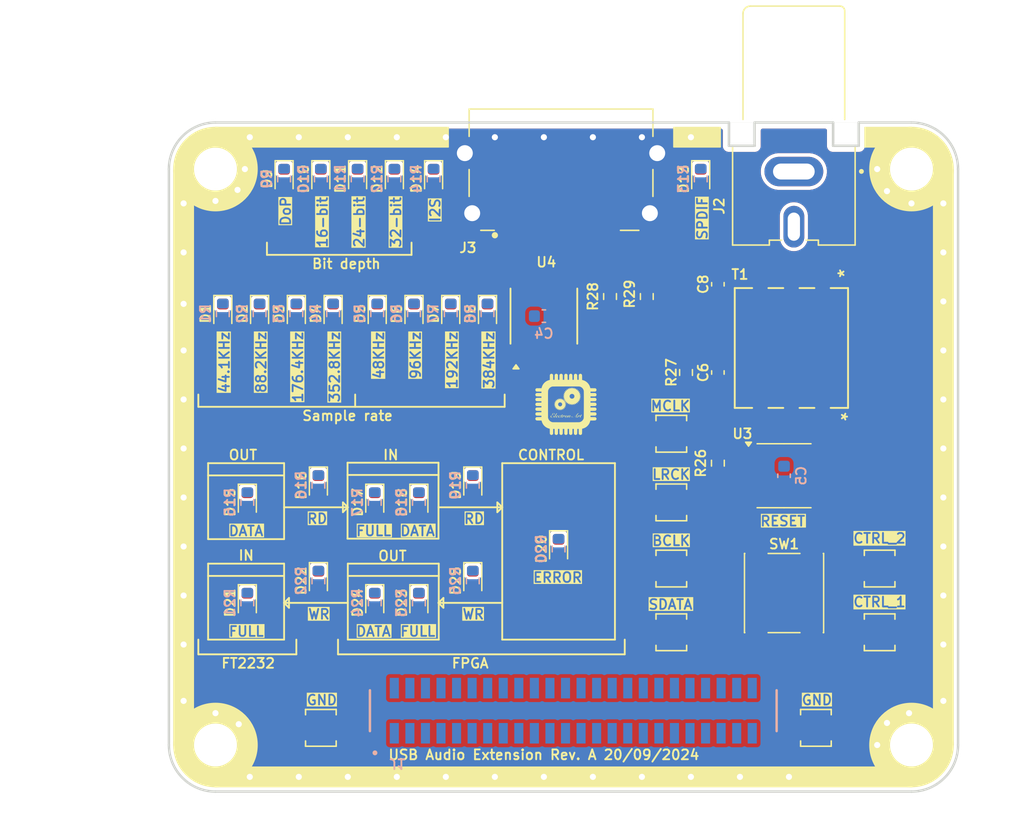
<source format=kicad_pcb>
(kicad_pcb (version 20240108) (generator "pcbnew") (generator_version "8.0")
  (layers (0 "F.Cu" signal) (1 "In1.Cu" signal) (2 "In2.Cu" signal) (31 "B.Cu" signal) (34 "B.Paste" user) (35 "F.Paste" user) (36 "B.SilkS" user "B.Silkscreen") (37 "F.SilkS" user "F.Silkscreen") (38 "B.Mask" user) (39 "F.Mask" user) (44 "Edge.Cuts" user))
  (net 0 "")
  (net 1 "EXT_39")
  (net 2 "GND")
  (net 4 "EXT_29")
  (net 5 "EXT_24")
  (net 6 "EXT_31")
  (net 7 "EXT_43")
  (net 8 "EXT_45")
  (net 10 "EXT_0")
  (net 11 "EXT_18")
  (net 13 "EXT_42")
  (net 14 "EXT_32")
  (net 15 "EXT_20")
  (net 16 "EXT_8")
  (net 17 "EXT_1")
  (net 19 "EXT_22")
  (net 20 "EXT_41")
  (net 22 "EXT_26")
  (net 23 "EXT_28")
  (net 24 "EXT_33")
  (net 25 "EXT_9")
  (net 26 "EXT_6")
  (net 27 "EXT_12")
  (net 28 "EXT_16")
  (net 29 "EXT_14")
  (net 31 "EXT_44")
  (net 34 "EXT_34")
  (net 36 "EXT_36")
  (net 37 "EXT_40")
  (net 39 "EXT_10")
  (net 40 "EXT_38")
  (net 41 "EXT_37")
  (net 42 "EXT_35")
  (net 43 "EXT_30")
  (net 45 "EXT_2")
  (net 46 "EXT_11")
  (net 47 "EXT_4")
  (net 48 "Net-(D1-K)")
  (net 49 "Net-(D2-K)")
  (net 50 "Net-(D3-K)")
  (net 51 "Net-(D4-K)")
  (net 52 "Net-(D5-K)")
  (net 53 "Net-(D6-K)")
  (net 54 "Net-(D7-K)")
  (net 55 "Net-(D8-K)")
  (net 56 "+3V3")
  (net 57 "Net-(C6-Pad2)")
  (net 58 "Net-(R26-Pad2)")
  (net 59 "Net-(J2-In)")
  (net 60 "Net-(T1-SB)")
  (net 61 "Net-(J2-Ext)")
  (net 63 "Net-(D9-K)")
  (net 65 "Net-(D10-K)")
  (net 66 "Net-(D11-K)")
  (net 67 "Net-(D12-K)")
  (net 68 "Net-(D13-K)")
  (net 69 "Net-(D14-K)")
  (net 70 "Net-(D15-K)")
  (net 71 "Net-(D16-K)")
  (net 72 "Net-(D17-K)")
  (net 73 "Net-(D18-K)")
  (net 74 "Net-(D19-K)")
  (net 75 "Net-(D20-K)")
  (net 76 "Net-(D21-K)")
  (net 77 "Net-(D22-K)")
  (net 78 "Net-(D23-K)")
  (net 79 "Net-(D24-K)")
  (net 80 "Net-(D25-K)")
  (net 81 "Net-(J3-SDA)")
  (net 82 "Net-(J3-SCL)")
  (net 85 "DIFF_MCLK+")
  (net 87 "DIFF_LRCK+")
  (net 88 "DIFF_SDATA-")
  (net 89 "DIFF_SDATA+")
  (net 90 "DIFF_MCLK-")
  (net 91 "DIFF_BCLK+")
  (net 92 "DIFF_BCLK-")
  (net 93 "DIFF_LRCK-")
  (net 95 "Net-(U3-Pad2)")
  (footprint "LED_SMD:LED_0603_1608Metric" (layer "F.Cu") (at 123.4 108.6 -90)
    (property "Reference" "D21" (at 0 1.4 90) (layer "F.SilkS") (effects (font (size 0.8 0.8))))
    (property "Value" "YELLOW")
    (pad "1" smd roundrect (at -0.7875 0 270) (size 0.875 0.95) (layers "F.Cu" "F.Paste" "F.Mask") (net 76 "Net-(D21-K)"))
    (pad "2" smd roundrect (at 0.7875 0 270) (size 0.875 0.95) (layers "F.Cu" "F.Paste" "F.Mask") (net 8 "EXT_45"))
  )
  (footprint "LED_SMD:LED_0603_1608Metric" (layer "F.Cu") (at 121.4 85 -90)
    (property "Reference" "D1" (at 0 1.4 90) (layer "F.SilkS") (effects (font (size 0.8 0.8))))
    (property "Value" "BLUE")
    (pad "1" smd roundrect (at -0.7875 0 270) (size 0.875 0.95) (layers "F.Cu" "F.Paste" "F.Mask") (net 48 "Net-(D1-K)"))
    (pad "2" smd roundrect (at 0.7875 0 270) (size 0.875 0.95) (layers "F.Cu" "F.Paste" "F.Mask") (net 37 "EXT_40"))
  )
  (footprint "Button_Switch_SMD:SW_SPST_PTS645" (layer "F.Cu") (at 167.2 107.8 -90)
    (property "Reference" "SW1" (at -4 0 0) (layer "F.SilkS") (effects (font (size 0.8 0.8))))
    (property "Value" "PTS645SK43SMTR92 LFS")
    (pad "1" smd rect (at -3.98 -2.25 270) (size 1.55 1.3) (layers "F.Cu" "F.Paste" "F.Mask") (net 2 "GND"))
    (pad "1" smd rect (at 3.98 -2.25 270) (size 1.55 1.3) (layers "F.Cu" "F.Paste" "F.Mask") (net 2 "GND"))
    (pad "2" smd rect (at -3.98 2.25 270) (size 1.55 1.3) (layers "F.Cu" "F.Paste" "F.Mask") (net 10 "EXT_0"))
    (pad "2" smd rect (at 3.98 2.25 270) (size 1.55 1.3) (layers "F.Cu" "F.Paste" "F.Mask") (net 10 "EXT_0"))
  )
  (footprint "LED_SMD:LED_0603_1608Metric" (layer "F.Cu") (at 141.8 99 -90)
    (property "Reference" "D19" (at 0 1.4 90) (layer "F.SilkS") (effects (font (size 0.8 0.8))))
    (property "Value" "BLUE")
    (pad "1" smd roundrect (at -0.7875 0 270) (size 0.875 0.95) (layers "F.Cu" "F.Paste" "F.Mask") (net 74 "Net-(D19-K)"))
    (pad "2" smd roundrect (at 0.7875 0 270) (size 0.875 0.95) (layers "F.Cu" "F.Paste" "F.Mask") (net 6 "EXT_31"))
  )
  (footprint "LED_SMD:LED_0603_1608Metric" (layer "F.Cu") (at 130.4 85 -90)
    (property "Reference" "D4" (at 0 1.4 90) (layer "F.SilkS") (effects (font (size 0.8 0.8))))
    (property "Value" "BLUE")
    (pad "1" smd roundrect (at -0.7875 0 270) (size 0.875 0.95) (layers "F.Cu" "F.Paste" "F.Mask") (net 51 "Net-(D4-K)"))
    (pad "2" smd roundrect (at 0.7875 0 270) (size 0.875 0.95) (layers "F.Cu" "F.Paste" "F.Mask") (net 34 "EXT_34"))
  )
  (footprint "LED_SMD:LED_0603_1608Metric" (layer "F.Cu") (at 137.4 100.4 -90)
    (property "Reference" "D18" (at 0 1.4 90) (layer "F.SilkS") (effects (font (size 0.8 0.8))))
    (property "Value" "GREEN")
    (pad "1" smd roundrect (at -0.7875 0 270) (size 0.875 0.95) (layers "F.Cu" "F.Paste" "F.Mask") (net 73 "Net-(D18-K)"))
    (pad "2" smd roundrect (at 0.7875 0 270) (size 0.875 0.95) (layers "F.Cu" "F.Paste" "F.Mask") (net 42 "EXT_35"))
  )
  (footprint "MountingHole:MountingHole_3.2mm_M3" (layer "F.Cu") (at 177.6 73.2)
    (property "Reference" "H2" (hide yes))
    (property "Value" "MountingHole" (hide yes))
    (pad "" np_thru_hole circle (at 0 0) (size 3.2 3.2) (drill 3.2) (layers "*.Cu" "*.Mask"))
  )
  (footprint "LED_SMD:LED_0603_1608Metric" (layer "F.Cu") (at 124.4 85 -90)
    (property "Reference" "D2" (at 0 1.4 90) (layer "F.SilkS") (effects (font (size 0.8 0.8))))
    (property "Value" "BLUE")
    (pad "1" smd roundrect (at -0.7875 0 270) (size 0.875 0.95) (layers "F.Cu" "F.Paste" "F.Mask") (net 49 "Net-(D2-K)"))
    (pad "2" smd roundrect (at 0.7875 0 270) (size 0.875 0.95) (layers "F.Cu" "F.Paste" "F.Mask") (net 40 "EXT_38"))
  )
  (footprint "LED_SMD:LED_0603_1608Metric" (layer "F.Cu") (at 129.4 74 -90)
    (property "Reference" "D10" (at 0 1.4 90) (layer "F.SilkS") (effects (font (size 0.8 0.8))))
    (property "Value" "BLUE")
    (pad "1" smd roundrect (at -0.7875 0 270) (size 0.875 0.95) (layers "F.Cu" "F.Paste" "F.Mask") (net 65 "Net-(D10-K)"))
    (pad "2" smd roundrect (at 0.7875 0 270) (size 0.875 0.95) (layers "F.Cu" "F.Paste" "F.Mask") (net 19 "EXT_22"))
  )
  (footprint "MountingHole:MountingHole_3.2mm_M3" (layer "F.Cu") (at 120.8 73.2)
    (property "Reference" "H1" (hide yes))
    (property "Value" "MountingHole" (hide yes))
    (pad "" np_thru_hole circle (at 0 0) (size 3.2 3.2) (drill 3.2) (layers "*.Cu" "*.Mask"))
  )
  (footprint "MountingHole:MountingHole_3.2mm_M3" (layer "F.Cu") (at 120.8 120.2)
    (property "Reference" "H4" (hide yes))
    (property "Value" "MountingHole" (hide yes))
    (pad "" np_thru_hole circle (at 0 0) (size 3.2 3.2) (drill 3.2) (layers "*.Cu" "*.Mask"))
  )
  (footprint "LED_SMD:LED_0603_1608Metric" (layer "F.Cu") (at 148.8 104.2 -90)
    (property "Reference" "D20" (at 0 1.4 90) (layer "F.SilkS") (effects (font (size 0.8 0.8))))
    (property "Value" "RED")
    (pad "1" smd roundrect (at -0.7875 0 270) (size 0.875 0.95) (layers "F.Cu" "F.Paste" "F.Mask") (net 75 "Net-(D20-K)"))
    (pad "2" smd roundrect (at 0.7875 0 270) (size 0.875 0.95) (layers "F.Cu" "F.Paste" "F.Mask") (net 4 "EXT_29"))
  )
  (footprint "LED_SMD:LED_0603_1608Metric" (layer "F.Cu") (at 127.4 85 -90)
    (property "Reference" "D3" (at 0 1.4 90) (layer "F.SilkS") (effects (font (size 0.8 0.8))))
    (property "Value" "BLUE")
    (pad "1" smd roundrect (at -0.7875 0 270) (size 0.875 0.95) (layers "F.Cu" "F.Paste" "F.Mask") (net 50 "Net-(D3-K)"))
    (pad "2" smd roundrect (at 0.7875 0 270) (size 0.875 0.95) (layers "F.Cu" "F.Paste" "F.Mask") (net 36 "EXT_36"))
  )
  (footprint "ECP5_BGA381_FT2232HQ_FIFO_EXT:KEYSTONE_5197TR" (layer "F.Cu") (at 158 111)
    (property "Reference" "TP3" (hide yes))
    (property "Value" "5190TR")
    (pad "1" smd rect (at 0 0) (size 3 1.5) (layers "F.Cu" "F.Paste" "F.Mask") (net 26 "EXT_6"))
  )
  (footprint "LED_SMD:LED_0603_1608Metric" (layer "F.Cu") (at 134 85 -90)
    (property "Reference" "D5" (at 0 1.4 90) (layer "F.SilkS") (effects (font (size 0.8 0.8))))
    (property "Value" "BLUE")
    (pad "1" smd roundrect (at -0.7875 0 270) (size 0.875 0.95) (layers "F.Cu" "F.Paste" "F.Mask") (net 52 "Net-(D5-K)"))
    (pad "2" smd roundrect (at 0.7875 0 270) (size 0.875 0.95) (layers "F.Cu" "F.Paste" "F.Mask") (net 14 "EXT_32"))
  )
  (footprint "Resistor_SMD:R_0603_1608Metric" (layer "F.Cu") (at 156 83.6 -90)
    (property "Reference" "R29" (at -0.2 1.4 90) (layer "F.SilkS") (effects (font (size 0.8 0.8))))
    (property "Value" "100")
    (pad "1" smd roundrect (at -0.825 0 270) (size 0.8 0.95) (layers "F.Cu" "F.Paste" "F.Mask") (net 81 "Net-(J3-SDA)"))
    (pad "2" smd roundrect (at 0.825 0 270) (size 0.8 0.95) (layers "F.Cu" "F.Paste" "F.Mask") (net 25 "EXT_9"))
  )
  (footprint "ECP5_BGA381_FT2232HQ_FIFO_EXT:DA101J_MUR" (layer "F.Cu") (at 167.8 87.8 -90)
    (property "Reference" "T1" (at -6 4.2 0) (layer "F.SilkS") (effects (font (size 0.8 0.8))))
    (property "Value" "DA101JC")
    (fp_text user "*" (at -6.096 -4.3688 90) (layer "F.SilkS"))
    (fp_text user "*" (at 5.6 -4 -90) (layer "F.SilkS"))
    (pad "1" smd rect (at -5.842 -2.54 270) (size 1.7272 0.6858) (layers "F.Cu" "F.Paste" "F.Mask") (net 59 "Net-(J2-In)"))
    (pad "2" smd rect (at -5.842 0 270) (size 1.7272 0.6858) (layers "F.Cu" "F.Paste" "F.Mask"))
    (pad "3" smd rect (at -5.842 2.54 270) (size 1.7272 0.6858) (layers "F.Cu" "F.Paste" "F.Mask") (net 61 "Net-(J2-Ext)"))
    (pad "4" smd rect (at 5.842 2.54 270) (size 1.7272 0.6858) (layers "F.Cu" "F.Paste" "F.Mask") (net 2 "GND"))
    (pad "5" smd rect (at 5.842 0 270) (size 1.7272 0.6858) (layers "F.Cu" "F.Paste" "F.Mask"))
    (pad "6" smd rect (at 5.842 -2.54 270) (size 1.7272 0.6858) (layers "F.Cu" "F.Paste" "F.Mask") (net 60 "Net-(T1-SB)"))
  )
  (footprint "Resistor_SMD:R_0603_1608Metric" (layer "F.Cu") (at 159.2 89.8 -90)
    (property "Reference" "R27" (at 0 1.2 90) (layer "F.SilkS") (effects (font (size 0.8 0.8))))
    (property "Value" "75")
    (pad "1" smd roundrect (at -0.825 0 270) (size 0.8 0.95) (layers "F.Cu" "F.Paste" "F.Mask") (net 57 "Net-(C6-Pad2)"))
    (pad "2" smd roundrect (at 0.825 0 270) (size 0.8 0.95) (layers "F.Cu" "F.Paste" "F.Mask") (net 2 "GND"))
  )
  (footprint "ECP5_BGA381_FT2232HQ_FIFO_EXT:KEYSTONE_5197TR" (layer "F.Cu") (at 175 111)
    (property "Reference" "TP1" (hide yes))
    (property "Value" "5197TR")
    (pad "1" smd rect (at 0 0) (size 3 1.5) (layers "F.Cu" "F.Paste" "F.Mask") (net 17 "EXT_1"))
  )
  (footprint "LED_SMD:LED_0603_1608Metric" (layer "F.Cu") (at 137.4 108.6 -90)
    (property "Reference" "D23" (at 0 1.4 90) (layer "F.SilkS") (effects (font (size 0.8 0.8))))
    (property "Value" "YELLOW")
    (pad "1" smd roundrect (at -0.7875 0 270) (size 0.875 0.95) (layers "F.Cu" "F.Paste" "F.Mask") (net 78 "Net-(D23-K)"))
    (pad "2" smd roundrect (at 0.7875 0 270) (size 0.875 0.95) (layers "F.Cu" "F.Paste" "F.Mask") (net 41 "EXT_37"))
  )
  (footprint "LED_SMD:LED_0603_1608Metric" (layer "F.Cu") (at 141.8 106.8 -90)
    (property "Reference" "D25" (at 0 1.4 90) (layer "F.SilkS") (effects (font (size 0.8 0.8))))
    (property "Value" "BLUE")
    (pad "1" smd roundrect (at -0.7875 0 270) (size 0.875 0.95) (layers "F.Cu" "F.Paste" "F.Mask") (net 80 "Net-(D25-K)"))
    (pad "2" smd roundrect (at 0.7875 0 270) (size 0.875 0.95) (layers "F.Cu" "F.Paste" "F.Mask") (net 24 "EXT_33"))
  )
  (footprint "LED_SMD:LED_0603_1608Metric" (layer "F.Cu") (at 143 85 -90)
    (property "Reference" "D8" (at 0 1.4 90) (layer "F.SilkS") (effects (font (size 0.8 0.8))))
    (property "Value" "BLUE")
    (pad "1" smd roundrect (at -0.7875 0 270) (size 0.875 0.95) (layers "F.Cu" "F.Paste" "F.Mask") (net 55 "Net-(D8-K)"))
    (pad "2" smd roundrect (at 0.7875 0 270) (size 0.875 0.95) (layers "F.Cu" "F.Paste" "F.Mask") (net 22 "EXT_26"))
  )
  (footprint "LED_SMD:LED_0603_1608Metric" (layer "F.Cu") (at 129.2 99 -90)
    (property "Reference" "D16" (at 0 1.4 90) (layer "F.SilkS") (effects (font (size 0.8 0.8))))
    (property "Value" "GREEN")
    (pad "1" smd roundrect (at -0.7875 0 270) (size 0.875 0.95) (layers "F.Cu" "F.Paste" "F.Mask") (net 71 "Net-(D16-K)"))
    (pad "2" smd roundrect (at 0.7875 0 270) (size 0.875 0.95) (layers "F.Cu" "F.Paste" "F.Mask") (net 13 "EXT_42"))
  )
  (footprint "LOGO" (layer "F.Cu") (at 149.4 92.4)
    (property "Reference" "G***" (hide yes))
    (property "Value" "LOGO" (hide yes))
  )
  (footprint "LED_SMD:LED_0603_1608Metric" (layer "F.Cu") (at 126.4 74 -90)
    (property "Reference" "D9" (at 0 1.4 90) (layer "F.SilkS") (effects (font (size 0.8 0.8))))
    (property "Value" "BLUE")
    (pad "1" smd roundrect (at -0.7875 0 270) (size 0.875 0.95) (layers "F.Cu" "F.Paste" "F.Mask") (net 63 "Net-(D9-K)"))
    (pad "2" smd roundrect (at 0.7875 0 270) (size 0.875 0.95) (layers "F.Cu" "F.Paste" "F.Mask") (net 5 "EXT_24"))
  )
  (footprint "LED_SMD:LED_0603_1608Metric" (layer "F.Cu") (at 135.4 74 -90)
    (property "Reference" "D12" (at 0 1.4 90) (layer "F.SilkS") (effects (font (size 0.8 0.8))))
    (property "Value" "BLUE")
    (pad "1" smd roundrect (at -0.7875 0 270) (size 0.875 0.95) (layers "F.Cu" "F.Paste" "F.Mask") (net 67 "Net-(D12-K)"))
    (pad "2" smd roundrect (at 0.7875 0 270) (size 0.875 0.95) (layers "F.Cu" "F.Paste" "F.Mask") (net 11 "EXT_18"))
  )
  (footprint "ECP5_BGA381_FT2232HQ_FIFO_EXT:KEYSTONE_5197TR" (layer "F.Cu") (at 129.4 118.8)
    (property "Reference" "TP8" (hide yes))
    (property "Value" "5191TR")
    (pad "1" smd rect (at 0 0) (size 3 1.5) (layers "F.Cu" "F.Paste" "F.Mask") (net 2 "GND"))
  )
  (footprint "ECP5_BGA381_FT2232HQ_FIFO_EXT:CUI_RCJ-042" (layer "F.Cu") (at 168 69.4 90)
    (property "Reference" "J2" (at -6.814975 -6.086895 90) (layer "F.SilkS") (effects (font (size 0.8 0.8))))
    (property "Value" "RCJ-044")
    (fp_line (start 0 -5.15) (end -1.7 -5.15) (stroke (width 0.01)) (layer "Edge.Cuts"))
    (fp_line (start -1.7 -5.15) (end -1.7 -3.35) (stroke (width 0.01)) (layer "Edge.Cuts"))
    (fp_line (start 0 -3.35) (end 0 -5.15) (stroke (width 0.01)) (layer "Edge.Cuts"))
    (fp_line (start -1.7 -3.35) (end 0 -3.35) (stroke (width 0.01)) (layer "Edge.Cuts"))
    (fp_line (start 0 3.35) (end -1.7 3.35) (stroke (width 0.01)) (layer "Edge.Cuts"))
    (fp_line (start -1.7 3.35) (end -1.7 5.15) (stroke (width 0.01)) (layer "Edge.Cuts"))
    (fp_line (start 0 5.15) (end 0 3.35) (stroke (width 0.01)) (layer "Edge.Cuts"))
    (fp_line (start -1.7 5.15) (end 0 5.15) (stroke (width 0.01)) (layer "Edge.Cuts"))
    (pad "1" thru_hole oval (at -4 0 90) (size 2.4 4.8) (drill oval 1.3 3.4) (layers "*.Cu" "*.Mask") (net 61 "Net-(J2-Ext)"))
    (pad "2" thru_hole oval (at -8.5 0 90) (size 3.4 1.7) (drill oval 2.3 1) (layers "*.Cu" "*.Mask") (net 59 "Net-(J2-In)"))
  )
  (footprint "Resistor_SMD:R_0603_1608Metric" (layer "F.Cu") (at 153 83.6 -90)
    (property "Reference" "R28" (at 0 1.4 90) (layer "F.SilkS") (effects (font (size 0.8 0.8))))
    (property "Value" "100")
    (pad "1" smd roundrect (at -0.825 0 270) (size 0.8 0.95) (layers "F.Cu" "F.Paste" "F.Mask") (net 82 "Net-(J3-SCL)"))
    (pad "2" smd roundrect (at 0.825 0 270) (size 0.8 0.95) (layers "F.Cu" "F.Paste" "F.Mask") (net 46 "EXT_11"))
  )
  (footprint "Capacitor_SMD:C_0603_1608Metric" (layer "F.Cu") (at 161.8 89.8 90)
    (property "Reference" "C6" (at 0 -1.2 90) (layer "F.SilkS") (effects (font (size 0.8 0.8))))
    (property "Value" "0.1µF")
    (pad "1" smd roundrect (at -0.775 0 90) (size 0.9 0.95) (layers "F.Cu" "F.Paste" "F.Mask") (net 60 "Net-(T1-SB)"))
    (pad "2" smd roundrect (at 0.775 0 90) (size 0.9 0.95) (layers "F.Cu" "F.Paste" "F.Mask") (net 57 "Net-(C6-Pad2)"))
  )
  (footprint "LED_SMD:LED_0603_1608Metric" (layer "F.Cu") (at 160.4 74 -90)
    (property "Reference" "D13" (at 0.0125 1.4 90) (layer "F.SilkS") (effects (font (size 0.8 0.8))))
    (property "Value" "GREEN")
    (pad "1" smd roundrect (at -0.7875 0 270) (size 0.875 0.95) (layers "F.Cu" "F.Paste" "F.Mask") (net 68 "Net-(D13-K)"))
    (pad "2" smd roundrect (at 0.7875 0 270) (size 0.875 0.95) (layers "F.Cu" "F.Paste" "F.Mask") (net 29 "EXT_14"))
  )
  (footprint "LED_SMD:LED_0603_1608Metric" (layer "F.Cu") (at 138.6 74 -90)
    (property "Reference" "D14" (at 0 1.4 90) (layer "F.SilkS") (effects (font (size 0.8 0.8))))
    (property "Value" "GREEN")
    (pad "1" smd roundrect (at -0.7875 0 270) (size 0.875 0.95) (layers "F.Cu" "F.Paste" "F.Mask") (net 69 "Net-(D14-K)"))
    (pad "2" smd roundrect (at 0.7875 0 270) (size 0.875 0.95) (layers "F.Cu" "F.Paste" "F.Mask") (net 28 "EXT_16"))
  )
  (footprint "LED_SMD:LED_0603_1608Metric" (layer "F.Cu") (at 123.4 100.4 -90)
    (property "Reference" "D15" (at 0 1.4 90) (layer "F.SilkS") (effects (font (size 0.8 0.8))))
    (property "Value" "GREEN")
    (pad "1" smd roundrect (at -0.7875 0 270) (size 0.875 0.95) (layers "F.Cu" "F.Paste" "F.Mask") (net 70 "Net-(D15-K)"))
    (pad "2" smd roundrect (at 0.7875 0 270) (size 0.875 0.95) (layers "F.Cu" "F.Paste" "F.Mask") (net 31 "EXT_44"))
  )
  (footprint "ECP5_BGA381_FT2232HQ_FIFO_EXT:KEYSTONE_5197TR" (layer "F.Cu") (at 169.8 118.8)
    (property "Reference" "TP7" (hide yes))
    (property "Value" "5191TR")
    (pad "1" smd rect (at 0 0) (size 3 1.5) (layers "F.Cu" "F.Paste" "F.Mask") (net 2 "GND"))
  )
  (footprint "ECP5_BGA381_FT2232HQ_FIFO_EXT:KEYSTONE_5197TR" (layer "F.Cu") (at 175 105.8)
    (property "Reference" "TP2" (hide yes))
    (property "Value" "5197TR")
    (pad "1" smd rect (at 0 0) (size 3 1.5) (layers "F.Cu" "F.Paste" "F.Mask") (net 45 "EXT_2"))
  )
  (footprint "Capacitor_SMD:C_0603_1608Metric" (layer "F.Cu") (at 161.8 82.6 -90)
    (property "Reference" "C8" (at 0 1.2 90) (layer "F.SilkS") (effects (font (size 0.8 0.8))))
    (property "Value" "18nF")
    (pad "1" smd roundrect (at -0.775 0 270) (size 0.9 0.95) (layers "F.Cu" "F.Paste" "F.Mask") (net 61 "Net-(J2-Ext)"))
    (pad "2" smd roundrect (at 0.775 0 270) (size 0.9 0.95) (layers "F.Cu" "F.Paste" "F.Mask") (net 2 "GND"))
  )
  (footprint "MountingHole:MountingHole_3.2mm_M3" (layer "F.Cu") (at 177.6 120.2)
    (property "Reference" "H3" (hide yes))
    (property "Value" "MountingHole" (hide yes))
    (pad "" np_thru_hole circle (at 0 0) (size 3.2 3.2) (drill 3.2) (layers "*.Cu" "*.Mask"))
  )
  (footprint "Resistor_SMD:R_0603_1608Metric" (layer "F.Cu") (at 161.8 97.2 -90)
    (property "Reference" "R26" (at 0 1.4 90) (layer "F.SilkS") (effects (font (size 0.8 0.8))))
    (property "Value" "150")
    (pad "1" smd roundrect (at -0.825 0 270) (size 0.8 0.95) (layers "F.Cu" "F.Paste" "F.Mask") (net 57 "Net-(C6-Pad2)"))
    (pad "2" smd roundrect (at 0.825 0 270) (size 0.8 0.95) (layers "F.Cu" "F.Paste" "F.Mask") (net 58 "Net-(R26-Pad2)"))
  )
  (footprint "LED_SMD:LED_0603_1608Metric" (layer "F.Cu") (at 137 85 -90)
    (property "Reference" "D6" (at 0.0125 1.4 90) (layer "F.SilkS") (effects (font (size 0.8 0.8))))
    (property "Value" "BLUE")
    (pad "1" smd roundrect (at -0.7875 0 270) (size 0.875 0.95) (layers "F.Cu" "F.Paste" "F.Mask") (net 53 "Net-(D6-K)"))
    (pad "2" smd roundrect (at 0.7875 0 270) (size 0.875 0.95) (layers "F.Cu" "F.Paste" "F.Mask") (net 43 "EXT_30"))
  )
  (footprint "LED_SMD:LED_0603_1608Metric" (layer "F.Cu") (at 132.4 74 -90)
    (property "Reference" "D11" (at 0 1.4 90) (layer "F.SilkS") (effects (font (size 0.8 0.8))))
    (property "Value" "BLUE")
    (pad "1" smd roundrect (at -0.7875 0 270) (size 0.875 0.95) (layers "F.Cu" "F.Paste" "F.Mask") (net 66 "Net-(D11-K)"))
    (pad "2" smd roundrect (at 0.7875 0 270) (size 0.875 0.95) (layers "F.Cu" "F.Paste" "F.Mask") (net 15 "EXT_20"))
  )
  (footprint "ECP5_BGA381_FT2232HQ_FIFO_EXT:AMPHENOL_10029449-001RLF" (layer "F.Cu") (at 149 76.8 180)
    (property "Reference" "J3" (at 7.6 -2.825 0) (layer "F.SilkS") (effects (font (size 0.8 0.8))))
    (property "Value" "HDMI A")
    (pad "1" smd rect (at 4.75 -1 270) (size 1.9 0.3) (layers "F.Cu" "F.Paste" "F.Mask") (net 89 "DIFF_SDATA+"))
    (pad "2" smd rect (at 4.25 -1 270) (size 1.9 0.3) (layers "F.Cu" "F.Paste" "F.Mask") (net 2 "GND"))
    (pad "3" smd rect (at 3.75 -1 270) (size 1.9 0.3) (layers "F.Cu" "F.Paste" "F.Mask") (net 88 "DIFF_SDATA-"))
    (pad "4" smd rect (at 3.25 -1 270) (size 1.9 0.3) (layers "F.Cu" "F.Paste" "F.Mask") (net 91 "DIFF_BCLK+"))
    (pad "5" smd rect (at 2.75 -1 270) (size 1.9 0.3) (layers "F.Cu" "F.Paste" "F.Mask") (net 2 "GND"))
    (pad "6" smd rect (at 2.25 -1 270) (size 1.9 0.3) (layers "F.Cu" "F.Paste" "F.Mask") (net 92 "DIFF_BCLK-"))
    (pad "7" smd rect (at 1.75 -1 270) (size 1.9 0.3) (layers "F.Cu" "F.Paste" "F.Mask") (net 87 "DIFF_LRCK+"))
    (pad "8" smd rect (at 1.25 -1 270) (size 1.9 0.3) (layers "F.Cu" "F.Paste" "F.Mask") (net 2 "GND"))
    (pad "9" smd rect (at 0.75 -1 270) (size 1.9 0.3) (layers "F.Cu" "F.Paste" "F.Mask") (net 93 "DIFF_LRCK-"))
    (pad "10" smd rect (at 0.25 -1 270) (size 1.9 0.3) (layers "F.Cu" "F.Paste" "F.Mask") (net 85 "DIFF_MCLK+"))
    (pad "11" smd rect (at -0.25 -1 270) (size 1.9 0.3) (layers "F.Cu" "F.Paste" "F.Mask") (net 2 "GND"))
    (pad "12" smd rect (at -0.75 -1 270) (size 1.9 0.3) (layers "F.Cu" "F.Paste" "F.Mask") (net 90 "DIFF_MCLK-"))
    (pad "13" smd rect (at -1.25 -1 270) (size 1.9 0.3) (layers "F.Cu" "F.Paste" "F.Mask"))
    (pad "14" smd rect (at -1.75 -1 270) (size 1.9 0.3) (layers "F.Cu" "F.Paste" "F.Mask"))
    (pad "15" smd rect (at -2.25 -1 270) (size 1.9 0.3) (layers "F.Cu" "F.Paste" "F.Mask") (net 82 "Net-(J3-SCL)"))
    (pad "16" smd rect (at -2.75 -1 270) (size 1.9 0.3) (layers "F.Cu" "F.Paste" "F.Mask") (net 81 "Net-(J3-SDA)"))
    (pad "17" smd rect (at -3.25 -1 270) (size 1.9 0.3) (layers "F.Cu" "F.Paste" "F.Mask") (net 2 "GND"))
    (pad "18" smd rect (at -3.75 -1 270) (size 1.9 0.3) (layers "F.Cu" "F.Paste" "F.Mask"))
    (pad "19" smd rect (at -4.25 -1 270) (size 1.9 0.3) (layers "F.Cu" "F.Paste" "F.Mask"))
    (pad "SH" thru_hole circle (at -7.85 4.9 180) (size 1.95 1.95) (drill 1.3) (layers "*.Cu" "*.Mask") (net 2 "GND"))
    (pad "SH" thru_hole circle (at -7.25 0 180) (size 1.95 1.95) (drill 1.3) (layers "*.Cu" "*.Mask") (net 2 "GND"))
    (pad "SH" thru_hole circle (at 7.25 0 180) (size 1.95 1.95) (drill 1.3) (layers "*.Cu" "*.Mask") (net 2 "GND"))
    (pad "SH" thru_hole circle (at 7.85 4.9 180) (size 1.95 1.95) (drill 1.3) (layers "*.Cu" "*.Mask") (net 2 "GND"))
  )
  (footprint "ECP5_BGA381_FT2232HQ_FIFO_EXT:KEYSTONE_5197TR" (layer "F.Cu") (at 158 94.8)
    (property "Reference" "TP6" (hide yes))
    (property "Value" "5190TR")
    (pad "1" smd rect (at 0 0) (size 3 1.5) (layers "F.Cu" "F.Paste" "F.Mask") (net 27 "EXT_12"))
  )
  (footprint "LED_SMD:LED_0603_1608Metric" (layer "F.Cu") (at 140 85 -90)
    (property "Reference" "D7" (at 0 1.4 90) (layer "F.SilkS") (effects (font (size 0.8 0.8))))
    (property "Value" "BLUE")
    (pad "1" smd roundrect (at -0.7875 0 270) (size 0.875 0.95) (layers "F.Cu" "F.Paste" "F.Mask") (net 54 "Net-(D7-K)"))
    (pad "2" smd roundrect (at 0.7875 0 270) (size 0.875 0.95) (layers "F.Cu" "F.Paste" "F.Mask") (net 23 "EXT_28"))
  )
  (footprint "LED_SMD:LED_0603_1608Metric" (layer "F.Cu") (at 129.2 106.8 -90)
    (property "Reference" "D22" (at 0 1.4 90) (layer "F.SilkS") (effects (font (size 0.8 0.8))))
    (property "Value" "GREEN")
    (pad "1" smd roundrect (at -0.7875 0 270) (size 0.875 0.95) (layers "F.Cu" "F.Paste" "F.Mask") (net 77 "Net-(D22-K)"))
    (pad "2" smd roundrect (at 0.7875 0 270) (size 0.875 0.95) (layers "F.Cu" "F.Paste" "F.Mask") (net 7 "EXT_43"))
  )
  (footprint "LED_SMD:LED_0603_1608Metric" (layer "F.Cu") (at 133.8 100.4 -90)
    (property "Reference" "D17" (at 0 1.4 90) (layer "F.SilkS") (effects (font (size 0.8 0.8))))
    (property "Value" "YELLOW")
    (pad "1" smd roundrect (at -0.7875 0 270) (size 0.875 0.95) (layers "F.Cu" "F.Paste" "F.Mask") (net 72 "Net-(D17-K)"))
    (pad "2" smd roundrect (at 0.7875 0 270) (size 0.875 0.95) (layers "F.Cu" "F.Paste" "F.Mask") (net 1 "EXT_39"))
  )
  (footprint "ECP5_BGA381_FT2232HQ_FIFO_EXT:KEYSTONE_5197TR" (layer "F.Cu") (at 158 100.4)
    (property "Reference" "TP5" (hide yes))
    (property "Value" "5190TR")
    (pad "1" smd rect (at 0 0) (size 3 1.5) (layers "F.Cu" "F.Paste" "F.Mask") (net 39 "EXT_10"))
  )
  (footprint "ECP5_BGA381_FT2232HQ_FIFO_EXT:KEYSTONE_5197TR" (layer "F.Cu") (at 158 105.8)
    (property "Reference" "TP4" (hide yes))
    (property "Value" "5190TR")
    (pad "1" smd rect (at 0 0) (size 3 1.5) (layers "F.Cu" "F.Paste" "F.Mask") (net 16 "EXT_8"))
  )
  (footprint "ECP5_BGA381_FT2232HQ_FIFO_EXT:TSSOP-16-1EP_4.4x5mm_P0.65mm" (layer "F.Cu") (at 147.6 85.2 90)
    (property "Reference" "U4" (at 4.4 0.2 0) (layer "F.SilkS") (effects (font (size 0.8 0.8))))
    (property "Value" "DSLVDS1047")
    (pad "1" smd rect (at -2.9 -2.275 90) (size 1.5 0.45) (layers "F.Cu" "F.Paste" "F.Mask") (net 56 "+3V3"))
    (pad "2" smd rect (at -2.9 -1.625 90) (size 1.5 0.45) (layers "F.Cu" "F.Paste" "F.Mask") (net 26 "EXT_6"))
    (pad "3" smd rect (at -2.9 -0.975 90) (size 1.5 0.45) (layers "F.Cu" "F.Paste" "F.Mask") (net 16 "EXT_8"))
    (pad "4" smd rect (at -2.9 -0.325 90) (size 1.5 0.45) (layers "F.Cu" "F.Paste" "F.Mask") (net 56 "+3V3"))
    (pad "5" smd rect (at -2.9 0.325 90) (size 1.5 0.45) (layers "F.Cu" "F.Paste" "F.Mask") (net 2 "GND"))
    (pad "6" smd rect (at -2.9 0.975 90) (size 1.5 0.45) (layers "F.Cu" "F.Paste" "F.Mask") (net 39 "EXT_10"))
    (pad "7" smd rect (at -2.9 1.625 90) (size 1.5 0.45) (layers "F.Cu" "F.Paste" "F.Mask") (net 27 "EXT_12"))
    (pad "8" smd rect (at -2.9 2.275 90) (size 1.5 0.45) (layers "F.Cu" "F.Paste" "F.Mask") (net 2 "GND"))
    (pad "9" smd rect (at 2.9 2.275 90) (size 1.5 0.45) (layers "F.Cu" "F.Paste" "F.Mask") (net 90 "DIFF_MCLK-"))
    (pad "10" smd rect (at 2.9 1.625 90) (size 1.5 0.45) (layers "F.Cu" "F.Paste" "F.Mask") (net 85 "DIFF_MCLK+"))
    (pad "11" smd rect (at 2.9 0.975 90) (size 1.5 0.45) (layers "F.Cu" "F.Paste" "F.Mask") (net 87 "DIFF_LRCK+"))
    (pad "12" smd rect (at 2.9 0.325 90) (size 1.5 0.45) (layers "F.Cu" "F.Paste" "F.Mask") (net 93 "DIFF_LRCK-"))
    (pad "13" smd rect (at 2.9 -0.325 90) (size 1.5 0.45) (layers "F.Cu" "F.Paste" "F.Mask") (net 92 "DIFF_BCLK-"))
    (pad "14" smd rect (at 2.9 -0.975 90) (size 1.5 0.45) (layers "F.Cu" "F.Paste" "F.Mask") (net 91 "DIFF_BCLK+"))
    (pad "15" smd rect (at 2.9 -1.625 90) (size 1.5 0.45) (layers "F.Cu" "F.Paste" "F.Mask") (net 89 "DIFF_SDATA+"))
    (pad "16" smd rect (at 2.9 -2.275 90) (size 1.5 0.45) (layers "F.Cu" "F.Paste" "F.Mask") (net 88 "DIFF_SDATA-"))
  )
  (footprint "LED_SMD:LED_0603_1608Metric" (layer "F.Cu") (at 133.8 108.6 -90)
    (property "Reference" "D24" (at 0 1.4 90) (layer "F.SilkS") (effects (font (size 0.8 0.8))))
    (property "Value" "GREEN")
    (pad "1" smd roundrect (at -0.7875 0 270) (size 0.875 0.95) (layers "F.Cu" "F.Paste" "F.Mask") (net 79 "Net-(D24-K)"))
    (pad "2" smd roundrect (at 0.7875 0 270) (size 0.875 0.95) (layers "F.Cu" "F.Paste" "F.Mask") (net 20 "EXT_41"))
  )
  (footprint "Package_SO:TSSOP-14_4.4x5mm_P0.65mm" (layer "F.Cu") (at 167.2 98.225)
    (property "Reference" "U3" (at -3.4 -3.425 0) (layer "F.SilkS") (effects (font (size 0.8 0.8))))
    (property "Value" "74HC04")
    (pad "1" smd roundrect (at -2.8625 -1.95) (size 1.475 0.4) (layers "F.Cu" "F.Paste" "F.Mask") (net 47 "EXT_4"))
    (pad "2" smd roundrect (at -2.8625 -1.3) (size 1.475 0.4) (layers "F.Cu" "F.Paste" "F.Mask") (net 95 "Net-(U3-Pad2)"))
    (pad "3" smd roundrect (at -2.8625 -0.65) (size 1.475 0.4) (layers "F.Cu" "F.Paste" "F.Mask") (net 95 "Net-(U3-Pad2)"))
    (pad "4" smd roundrect (at -2.8625 0) (size 1.475 0.4) (layers "F.Cu" "F.Paste" "F.Mask") (net 58 "Net-(R26-Pad2)"))
    (pad "5" smd roundrect (at -2.8625 0.65) (size 1.475 0.4) (layers "F.Cu" "F.Paste" "F.Mask") (net 95 "Net-(U3-Pad2)"))
    (pad "6" smd roundrect (at -2.8625 1.3) (size 1.475 0.4) (layers "F.Cu" "F.Paste" "F.Mask") (net 58 "Net-(R26-Pad2)"))
    (pad "7" smd roundrect (at -2.8625 1.95) (size 1.475 0.4) (layers "F.Cu" "F.Paste" "F.Mask") (net 2 "GND"))
    (pad "8" smd roundrect (at 2.8625 1.95) (size 1.475 0.4) (layers "F.Cu" "F.Paste" "F.Mask"))
    (pad "9" smd roundrect (at 2.8625 1.3) (size 1.475 0.4) (layers "F.Cu" "F.Paste" "F.Mask") (net 2 "GND"))
    (pad "10" smd roundrect (at 2.8625 0.65) (size 1.475 0.4) (layers "F.Cu" "F.Paste" "F.Mask"))
    (pad "11" smd roundrect (at 2.8625 0) (size 1.475 0.4) (layers "F.Cu" "F.Paste" "F.Mask") (net 2 "GND"))
    (pad "12" smd roundrect (at 2.8625 -0.65) (size 1.475 0.4) (layers "F.Cu" "F.Paste" "F.Mask"))
    (pad "13" smd roundrect (at 2.8625 -1.3) (size 1.475 0.4) (layers "F.Cu" "F.Paste" "F.Mask") (net 2 "GND"))
    (pad "14" smd roundrect (at 2.8625 -1.95) (size 1.475 0.4) (layers "F.Cu" "F.Paste" "F.Mask") (net 56 "+3V3"))
  )
  (footprint "Resistor_SMD:R_0603_1608Metric" (layer "B.Cu") (at 141.8 106.8 -90)
    (property "Reference" "R25" (at 0 1.43 90) (layer "B.SilkS") (effects (font (size 0.8 0.8)) (justify mirror)))
    (property "Value" "330")
    (pad "1" smd roundrect (at -0.825 0 270) (size 0.8 0.95) (layers "B.Cu" "B.Paste" "B.Mask") (net 80 "Net-(D25-K)"))
    (pad "2" smd roundrect (at 0.825 0 270) (size 0.8 0.95) (layers "B.Cu" "B.Paste" "B.Mask") (net 2 "GND"))
  )
  (footprint "Resistor_SMD:R_0603_1608Metric" (layer "B.Cu") (at 121.4 85 -90)
    (property "Reference" "R1" (at 0 1.43 90) (layer "B.SilkS") (effects (font (size 0.8 0.8)) (justify mirror)))
    (property "Value" "330")
    (pad "1" smd roundrect (at -0.825 0 270) (size 0.8 0.95) (layers "B.Cu" "B.Paste" "B.Mask") (net 48 "Net-(D1-K)"))
    (pad "2" smd roundrect (at 0.825 0 270) (size 0.8 0.95) (layers "B.Cu" "B.Paste" "B.Mask") (net 2 "GND"))
  )
  (footprint "Resistor_SMD:R_0603_1608Metric" (layer "B.Cu") (at 135.4 74 -90)
    (property "Reference" "R12" (at 0 1.43 90) (layer "B.SilkS") (effects (font (size 0.8 0.8)) (justify mirror)))
    (property "Value" "330")
    (pad "1" smd roundrect (at -0.825 0 270) (size 0.8 0.95) (layers "B.Cu" "B.Paste" "B.Mask") (net 67 "Net-(D12-K)"))
    (pad "2" smd roundrect (at 0.825 0 270) (size 0.8 0.95) (layers "B.Cu" "B.Paste" "B.Mask") (net 2 "GND"))
  )
  (footprint "Resistor_SMD:R_0603_1608Metric" (layer "B.Cu") (at 137.4 108.6 -90)
    (property "Reference" "R23" (at 0 1.43 90) (layer "B.SilkS") (effects (font (size 0.8 0.8)) (justify mirror)))
    (property "Value" "750")
    (pad "1" smd roundrect (at -0.825 0 270) (size 0.8 0.95) (layers "B.Cu" "B.Paste" "B.Mask") (net 78 "Net-(D23-K)"))
    (pad "2" smd roundrect (at 0.825 0 270) (size 0.8 0.95) (layers "B.Cu" "B.Paste" "B.Mask") (net 2 "GND"))
  )
  (footprint "Resistor_SMD:R_0603_1608Metric" (layer "B.Cu") (at 137 85 -90)
    (property "Reference" "R6" (at 0 1.43 90) (layer "B.SilkS") (effects (font (size 0.8 0.8)) (justify mirror)))
    (property "Value" "330")
    (pad "1" smd roundrect (at -0.825 0 270) (size 0.8 0.95) (layers "B.Cu" "B.Paste" "B.Mask") (net 53 "Net-(D6-K)"))
    (pad "2" smd roundrect (at 0.825 0 270) (size 0.8 0.95) (layers "B.Cu" "B.Paste" "B.Mask") (net 2 "GND"))
  )
  (footprint "Resistor_SMD:R_0603_1608Metric" (layer "B.Cu") (at 137.4 100.4 -90)
    (property "Reference" "R18" (at 0 1.43 90) (layer "B.SilkS") (effects (font (size 0.8 0.8)) (justify mirror)))
    (property "Value" "330")
    (pad "1" smd roundrect (at -0.825 0 270) (size 0.8 0.95) (layers "B.Cu" "B.Paste" "B.Mask") (net 73 "Net-(D18-K)"))
    (pad "2" smd roundrect (at 0.825 0 270) (size 0.8 0.95) (layers "B.Cu" "B.Paste" "B.Mask") (net 2 "GND"))
  )
  (footprint "Resistor_SMD:R_0603_1608Metric" (layer "B.Cu") (at 140 85 -90)
    (property "Reference" "R7" (at 0 1.43 90) (layer "B.SilkS") (effects (font (size 0.8 0.8)) (justify mirror)))
    (property "Value" "330")
    (pad "1" smd roundrect (at -0.825 0 270) (size 0.8 0.95) (layers "B.Cu" "B.Paste" "B.Mask") (net 54 "Net-(D7-K)"))
    (pad "2" smd roundrect (at 0.825 0 270) (size 0.8 0.95) (layers "B.Cu" "B.Paste" "B.Mask") (net 2 "GND"))
  )
  (footprint "Resistor_SMD:R_0603_1608Metric" (layer "B.Cu") (at 123.4 108.6 -90)
    (property "Reference" "R21" (at 0 1.43 90) (layer "B.SilkS") (effects (font (size 0.8 0.8)) (justify mirror)))
    (property "Value" "750")
    (pad "1" smd roundrect (at -0.825 0 270) (size 0.8 0.95) (layers "B.Cu" "B.Paste" "B.Mask") (net 76 "Net-(D21-K)"))
    (pad "2" smd roundrect (at 0.825 0 270) (size 0.8 0.95) (layers "B.Cu" "B.Paste" "B.Mask") (net 2 "GND"))
  )
  (footprint "Resistor_SMD:R_0603_1608Metric" (layer "B.Cu") (at 138.6 74 -90)
    (property "Reference" "R14" (at 0 1.43 90) (layer "B.SilkS") (effects (font (size 0.8 0.8)) (justify mirror)))
    (property "Value" "330")
    (pad "1" smd roundrect (at -0.825 0 270) (size 0.8 0.95) (layers "B.Cu" "B.Paste" "B.Mask") (net 69 "Net-(D14-K)"))
    (pad "2" smd roundrect (at 0.825 0 270) (size 0.8 0.95) (layers "B.Cu" "B.Paste" "B.Mask") (net 2 "GND"))
  )
  (footprint "Resistor_SMD:R_0603_1608Metric" (layer "B.Cu") (at 129.4 74 -90)
    (property "Reference" "R10" (at 0 1.43 90) (layer "B.SilkS") (effects (font (size 0.8 0.8)) (justify mirror)))
    (property "Value" "330")
    (pad "1" smd roundrect (at -0.825 0 270) (size 0.8 0.95) (layers "B.Cu" "B.Paste" "B.Mask") (net 65 "Net-(D10-K)"))
    (pad "2" smd roundrect (at 0.825 0 270) (size 0.8 0.95) (layers "B.Cu" "B.Paste" "B.Mask") (net 2 "GND"))
  )
  (footprint "Resistor_SMD:R_0603_1608Metric" (layer "B.Cu") (at 148.8 104.2 -90)
    (property "Reference" "R20" (at 0 1.43 90) (layer "B.SilkS") (effects (font (size 0.8 0.8)) (justify mirror)))
    (property "Value" "750")
    (pad "1" smd roundrect (at -0.825 0 270) (size 0.8 0.95) (layers "B.Cu" "B.Paste" "B.Mask") (net 75 "Net-(D20-K)"))
    (pad "2" smd roundrect (at 0.825 0 270) (size 0.8 0.95) (layers "B.Cu" "B.Paste" "B.Mask") (net 2 "GND"))
  )
  (footprint "Resistor_SMD:R_0603_1608Metric" (layer "B.Cu") (at 130.4 85 -90)
    (property "Reference" "R4" (at 0 1.43 90) (layer "B.SilkS") (effects (font (size 0.8 0.8)) (justify mirror)))
    (property "Value" "330")
    (pad "1" smd roundrect (at -0.825 0 270) (size 0.8 0.95) (layers "B.Cu" "B.Paste" "B.Mask") (net 51 "Net-(D4-K)"))
    (pad "2" smd roundrect (at 0.825 0 270) (size 0.8 0.95) (layers "B.Cu" "B.Paste" "B.Mask") (net 2 "GND"))
  )
  (footprint "Resistor_SMD:R_0603_1608Metric" (layer "B.Cu") (at 123.4 100.4 -90)
    (property "Reference" "R15" (at 0 1.43 90) (layer "B.SilkS") (effects (font (size 0.8 0.8)) (justify mirror)))
    (property "Value" "330")
    (pad "1" smd roundrect (at -0.825 0 270) (size 0.8 0.95) (layers "B.Cu" "B.Paste" "B.Mask") (net 70 "Net-(D15-K)"))
    (pad "2" smd roundrect (at 0.825 0 270) (size 0.8 0.95) (layers "B.Cu" "B.Paste" "B.Mask") (net 2 "GND"))
  )
  (footprint "Resistor_SMD:R_0603_1608Metric" (layer "B.Cu") (at 127.4 85 -90)
    (property "Reference" "R3" (at 0 1.43 90) (layer "B.SilkS") (effects (font (size 0.8 0.8)) (justify mirror)))
    (property "Value" "330")
    (pad "1" smd roundrect (at -0.825 0 270) (size 0.8 0.95) (layers "B.Cu" "B.Paste" "B.Mask") (net 50 "Net-(D3-K)"))
    (pad "2" smd roundrect (at 0.825 0 270) (size 0.8 0.95) (layers "B.Cu" "B.Paste" "B.Mask") (net 2 "GND"))
  )
  (footprint "Resistor_SMD:R_0603_1608Metric" (layer "B.Cu") (at 126.4 74 -90)
    (property "Reference" "R9" (at 0 1.43 90) (layer "B.SilkS") (effects (font (size 0.8 0.8)) (justify mirror)))
    (property "Value" "330")
    (pad "1" smd roundrect (at -0.825 0 270) (size 0.8 0.95) (layers "B.Cu" "B.Paste" "B.Mask") (net 63 "Net-(D9-K)"))
    (pad "2" smd roundrect (at 0.825 0 270) (size 0.8 0.95) (layers "B.Cu" "B.Paste" "B.Mask") (net 2 "GND"))
  )
  (footprint "Resistor_SMD:R_0603_1608Metric" (layer "B.Cu") (at 129.2 106.8 -90)
    (property "Reference" "R22" (at 0 1.43 90) (layer "B.SilkS") (effects (font (size 0.8 0.8)) (justify mirror)))
    (property "Value" "330")
    (pad "1" smd roundrect (at -0.825 0 270) (size 0.8 0.95) (layers "B.Cu" "B.Paste" "B.Mask") (net 77 "Net-(D22-K)"))
    (pad "2" smd roundrect (at 0.825 0 270) (size 0.8 0.95) (layers "B.Cu" "B.Paste" "B.Mask") (net 2 "GND"))
  )
  (footprint "Capacitor_SMD:C_0603_1608Metric" (layer "B.Cu") (at 167.2 98.225 -90)
    (property "Reference" "C5" (at 0 -1.4 90) (layer "B.SilkS") (effects (font (size 0.8 0.8)) (justify mirror)))
    (property "Value" "0.1µF")
    (pad "1" smd roundrect (at -0.775 0 270) (size 0.9 0.95) (layers "B.Cu" "B.Paste" "B.Mask") (net 56 "+3V3"))
    (pad "2" smd roundrect (at 0.775 0 270) (size 0.9 0.95) (layers "B.Cu" "B.Paste" "B.Mask") (net 2 "GND"))
  )
  (footprint "Resistor_SMD:R_0603_1608Metric" (layer "B.Cu") (at 133.8 108.6 -90)
    (property "Reference" "R24" (at 0 1.43 90) (layer "B.SilkS") (effects (font (size 0.8 0.8)) (justify mirror)))
    (property "Value" "330")
    (pad "1" smd roundrect (at -0.825 0 270) (size 0.8 0.95) (layers "B.Cu" "B.Paste" "B.Mask") (net 79 "Net-(D24-K)"))
    (pad "2" smd roundrect (at 0.825 0 270) (size 0.8 0.95) (layers "B.Cu" "B.Paste" "B.Mask") (net 2 "GND"))
  )
  (footprint "Resistor_SMD:R_0603_1608Metric" (layer "B.Cu") (at 133.8 100.4 -90)
    (property "Reference" "R17" (at 0 1.43 90) (layer "B.SilkS") (effects (font (size 0.8 0.8)) (justify mirror)))
    (property "Value" "750")
    (pad "1" smd roundrect (at -0.825 0 270) (size 0.8 0.95) (layers "B.Cu" "B.Paste" "B.Mask") (net 72 "Net-(D17-K)"))
    (pad "2" smd roundrect (at 0.825 0 270) (size 0.8 0.95) (layers "B.Cu" "B.Paste" "B.Mask") (net 2 "GND"))
  )
  (footprint "ECP5_BGA381_FT2232HQ_FIFO_EXT:SAMTEC_FLE-126-01-G-DV" (layer "B.Cu") (at 150 117.4)
    (property "Reference" "J1" (at -14.335 4.33 180) (layer "B.SilkS") (effects (font (size 0.8 0.8)) (justify mirror)))
    (property "Value" "FLE-126-01-G-DV")
    (pad "1" smd rect (at -15.875 1.8425) (size 0.74 1.675) (layers "B.Cu" "B.Paste" "B.Mask") (net 2 "GND"))
    (pad "2" smd rect (at -15.875 -1.8425) (size 0.74 1.675) (layers "B.Cu" "B.Paste" "B.Mask") (net 2 "GND"))
    (pad "3" smd rect (at -14.605 1.8425) (size 0.74 1.675) (layers "B.Cu" "B.Paste" "B.Mask") (net 8 "EXT_45"))
    (pad "4" smd rect (at -14.605 -1.8425) (size 0.74 1.675) (layers "B.Cu" "B.Paste" "B.Mask") (net 31 "EXT_44"))
    (pad "5" smd rect (at -13.335 1.8425) (size 0.74 1.675) (layers "B.Cu" "B.Paste" "B.Mask") (net 7 "EXT_43"))
    (pad "6" smd rect (at -13.335 -1.8425) (size 0.74 1.675) (layers "B.Cu" "B.Paste" "B.Mask") (net 13 "EXT_42"))
    (pad "7" smd rect (at -12.065 1.8425) (size 0.74 1.675) (layers "B.Cu" "B.Paste" "B.Mask") (net 20 "EXT_41"))
    (pad "8" smd rect (at -12.065 -1.8425) (size 0.74 1.675) (layers "B.Cu" "B.Paste" "B.Mask") (net 37 "EXT_40"))
    (pad "9" smd rect (at -10.795 1.8425) (size 0.74 1.675) (layers "B.Cu" "B.Paste" "B.Mask") (net 1 "EXT_39"))
    (pad "10" smd rect (at -10.795 -1.8425) (size 0.74 1.675) (layers "B.Cu" "B.Paste" "B.Mask") (net 40 "EXT_38"))
    (pad "11" smd rect (at -9.525 1.8425) (size 0.74 1.675) (layers "B.Cu" "B.Paste" "B.Mask") (net 41 "EXT_37"))
    (pad "12" smd rect (at -9.525 -1.8425) (size 0.74 1.675) (layers "B.Cu" "B.Paste" "B.Mask") (net 36 "EXT_36"))
    (pad "13" smd rect (at -8.255 1.8425) (size 0.74 1.675) (layers "B.Cu" "B.Paste" "B.Mask") (net 42 "EXT_35"))
    (pad "14" smd rect (at -8.255 -1.8425) (size 0.74 1.675) (layers "B.Cu" "B.Paste" "B.Mask") (net 34 "EXT_34"))
    (pad "15" smd rect (at -6.985 1.8425) (size 0.74 1.675) (layers "B.Cu" "B.Paste" "B.Mask") (net 24 "EXT_33"))
    (pad "16" smd rect (at -6.985 -1.8425) (size 0.74 1.675) (layers "B.Cu" "B.Paste" "B.Mask") (net 14 "EXT_32"))
    (pad "17" smd rect (at -5.715 1.8425) (size 0.74 1.675) (layers "B.Cu" "B.Paste" "B.Mask") (net 6 "EXT_31"))
    (pad "18" smd rect (at -5.715 -1.8425) (size 0.74 1.675) (layers "B.Cu" "B.Paste" "B.Mask") (net 43 "EXT_30"))
    (pad "19" smd rect (at -4.445 1.8425) (size 0.74 1.675) (layers "B.Cu" "B.Paste" "B.Mask") (net 4 "EXT_29"))
    (pad "20" smd rect (at -4.445 -1.8425) (size 0.74 1.675) (layers "B.Cu" "B.Paste" "B.Mask") (net 23 "EXT_28"))
    (pad "21" smd rect (at -3.175 1.8425) (size 0.74 1.675) (layers "B.Cu" "B.Paste" "B.Mask"))
    (pad "22" smd rect (at -3.175 -1.8425) (size 0.74 1.675) (layers "B.Cu" "B.Paste" "B.Mask") (net 22 "EXT_26"))
    (pad "23" smd rect (at -1.905 1.8425) (size 0.74 1.675) (layers "B.Cu" "B.Paste" "B.Mask"))
    (pad "24" smd rect (at -1.905 -1.8425) (size 0.74 1.675) (layers "B.Cu" "B.Paste" "B.Mask") (net 5 "EXT_24"))
    (pad "25" smd rect (at -0.635 1.8425) (size 0.74 1.675) (layers "B.Cu" "B.Paste" "B.Mask"))
    (pad "26" smd rect (at -0.635 -1.8425) (size 0.74 1.675) (layers "B.Cu" "B.Paste" "B.Mask") (net 19 "EXT_22"))
    (pad "27" smd rect (at 0.635 1.8425) (size 0.74 1.675) (layers "B.Cu" "B.Paste" "B.Mask"))
    (pad "28" smd rect (at 0.635 -1.8425) (size 0.74 1.675) (layers "B.Cu" "B.Paste" "B.Mask") (net 15 "EXT_20"))
    (pad "29" smd rect (at 1.905 1.8425) (size 0.74 1.675) (layers "B.Cu" "B.Paste" "B.Mask"))
    (pad "30" smd rect (at 1.905 -1.8425) (size 0.74 1.675) (layers "B.Cu" "B.Paste" "B.Mask") (net 11 "EXT_18"))
    (pad "31" smd rect (at 3.175 1.8425) (size 0.74 1.675) (layers "B.Cu" "B.Paste" "B.Mask"))
    (pad "32" smd rect (at 3.175 -1.8425) (size 0.74 1.675) (layers "B.Cu" "B.Paste" "B.Mask") (net 28 "EXT_16"))
    (pad "33" smd rect (at 4.445 1.8425) (size 0.74 1.675) (layers "B.Cu" "B.Paste" "B.Mask"))
    (pad "34" smd rect (at 4.445 -1.8425) (size 0.74 1.675) (layers "B.Cu" "B.Paste" "B.Mask") (net 29 "EXT_14"))
    (pad "35" smd rect (at 5.715 1.8425) (size 0.74 1.675) (layers "B.Cu" "B.Paste" "B.Mask"))
    (pad "36" smd rect (at 5.715 -1.8425) (size 0.74 1.675) (layers "B.Cu" "B.Paste" "B.Mask") (net 27 "EXT_12"))
    (pad "37" smd rect (at 6.985 1.8425) (size 0.74 1.675) (layers "B.Cu" "B.Paste" "B.Mask") (net 46 "EXT_11"))
    (pad "38" smd rect (at 6.985 -1.8425) (size 0.74 1.675) (layers "B.Cu" "B.Paste" "B.Mask") (net 39 "EXT_10"))
    (pad "39" smd rect (at 8.255 1.8425) (size 0.74 1.675) (layers "B.Cu" "B.Paste" "B.Mask") (net 25 "EXT_9"))
    (pad "40" smd rect (at 8.255 -1.8425) (size 0.74 1.675) (layers "B.Cu" "B.Paste" "B.Mask") (net 16 "EXT_8"))
    (pad "41" smd rect (at 9.525 1.8425) (size 0.74 1.675) (layers "B.Cu" "B.Paste" "B.Mask"))
    (pad "42" smd rect (at 9.525 -1.8425) (size 0.74 1.675) (layers "B.Cu" "B.Paste" "B.Mask") (net 26 "EXT_6"))
    (pad "43" smd rect (at 10.795 1.8425) (size 0.74 1.675) (layers "B.Cu" "B.Paste" "B.Mask"))
    (pad "44" smd rect (at 10.795 -1.8425) (size 0.74 1.675) (layers "B.Cu" "B.Paste" "B.Mask") (net 47 "EXT_4"))
    (pad "45" smd rect (at 12.065 1.8425) (size 0.74 1.675) (layers "B.Cu" "B.Paste" "B.Mask"))
    (pad "46" smd rect (at 12.065 -1.8425) (size 0.74 1.675) (layers "B.Cu" "B.Paste" "B.Mask") (net 45 "EXT_2"))
    (pad "47" smd rect (at 13.335 1.8425) (size 0.74 1.675) (layers "B.Cu" "B.Paste" "B.Mask") (net 17 "EXT_1"))
    (pad "48" smd rect (at 13.335 -1.8425) (size 0.74 1.675) (layers "B.Cu" "B.Paste" "B.Mask") (net 10 "EXT_0"))
    (pad "49" smd rect (at 14.605 1.8425) (size 0.74 1.675) (layers "B.Cu" "B.Paste" "B.Mask") (net 56 "+3V3"))
    (pad "50" smd rect (at 14.605 -1.8425) (size 0.74 1.675) (layers "B.Cu" "B.Paste" "B.Mask") (net 56 "+3V3"))
    (pad "51" smd rect (at 15.875 1.8425) (size 0.74 1.675) (layers "B.Cu" "B.Paste" "B.Mask") (net 2 "GND"))
    (pad "52" smd rect (at 15.875 -1.8425) (size 0.74 1.675) (layers "B.Cu" "B.Paste" "B.Mask") (net 2 "GND"))
  )
  (footprint "Resistor_SMD:R_0603_1608Metric" (layer "B.Cu") (at 132.4 74 -90)
    (property "Reference" "R11" (at 0 1.43 90) (layer "B.SilkS") (effects (font (size 0.8 0.8)) (justify mirror)))
    (property "Value" "330")
    (pad "1" smd roundrect (at -0.825 0 270) (size 0.8 0.95) (layers "B.Cu" "B.Paste" "B.Mask") (net 66 "Net-(D11-K)"))
    (pad "2" smd roundrect (at 0.825 0 270) (size 0.8 0.95) (layers "B.Cu" "B.Paste" "B.Mask") (net 2 "GND"))
  )
  (footprint "Resistor_SMD:R_0603_1608Metric" (layer "B.Cu") (at 134 85 -90)
    (property "Reference" "R5" (at 0 1.43 90) (layer "B.SilkS") (effects (font (size 0.8 0.8)) (justify mirror)))
    (property "Value" "330")
    (pad "1" smd roundrect (at -0.825 0 270) (size 0.8 0.95) (layers "B.Cu" "B.Paste" "B.Mask") (net 52 "Net-(D5-K)"))
    (pad "2" smd roundrect (at 0.825 0 270) (size 0.8 0.95) (layers "B.Cu" "B.Paste" "B.Mask") (net 2 "GND"))
  )
  (footprint "Resistor_SMD:R_0603_1608Metric" (layer "B.Cu") (at 160.4 74 -90)
    (property "Reference" "R13" (at 0 1.43 90) (layer "B.SilkS") (effects (font (size 0.8 0.8)) (justify mirror)))
    (property "Value" "330")
    (pad "1" smd roundrect (at -0.825 0 270) (size 0.8 0.95) (layers "B.Cu" "B.Paste" "B.Mask") (net 68 "Net-(D13-K)"))
    (pad "2" smd roundrect (at 0.825 0 270) (size 0.8 0.95) (layers "B.Cu" "B.Paste" "B.Mask") (net 2 "GND"))
  )
  (footprint "Resistor_SMD:R_0603_1608Metric" (layer "B.Cu") (at 141.8 99 -90)
    (property "Reference" "R19" (at 0 1.43 90) (layer "B.SilkS") (effects (font (size 0.8 0.8)) (justify mirror)))
    (property "Value" "330")
    (pad "1" smd roundrect (at -0.825 0 270) (size 0.8 0.95) (layers "B.Cu" "B.Paste" "B.Mask") (net 74 "Net-(D19-K)"))
    (pad "2" smd roundrect (at 0.825 0 270) (size 0.8 0.95) (layers "B.Cu" "B.Paste" "B.Mask") (net 2 "GND"))
  )
  (footprint "Resistor_SMD:R_0603_1608Metric" (layer "B.Cu") (at 124.4 85 -90)
    (property "Reference" "R2" (at 0 1.43 90) (layer "B.SilkS") (effects (font (size 0.8 0.8)) (justify mirror)))
    (property "Value" "330")
    (pad "1" smd roundrect (at -0.825 0 270) (size 0.8 0.95) (layers "B.Cu" "B.Paste" "B.Mask") (net 49 "Net-(D2-K)"))
    (pad "2" smd roundrect (at 0.825 0 270) (size 0.8 0.95) (layers "B.Cu" "B.Paste" "B.Mask") (net 2 "GND"))
  )
  (footprint "Resistor_SMD:R_0603_1608Metric" (layer "B.Cu") (at 143 85 -90)
    (property "Reference" "R8" (at 0 1.4 90) (layer "B.SilkS") (effects (font (size 0.8 0.8)) (justify mirror)))
    (property "Value" "330")
    (pad "1" smd roundrect (at -0.825 0 270) (size 0.8 0.95) (layers "B.Cu" "B.Paste" "B.Mask") (net 55 "Net-(D8-K)"))
    (pad "2" smd roundrect (at 0.825 0 270) (size 0.8 0.95) (layers "B.Cu" "B.Paste" "B.Mask") (net 2 "GND"))
  )
  (footprint "Resistor_SMD:R_0603_1608Metric" (layer "B.Cu") (at 129.2 99 -90)
    (property "Reference" "R16" (at 0 1.43 90) (layer "B.SilkS") (effects (font (size 0.8 0.8)) (justify mirror)))
    (property "Value" "330")
    (pad "1" smd roundrect (at -0.825 0 270) (size 0.8 0.95) (layers "B.Cu" "B.Paste" "B.Mask") (net 71 "Net-(D16-K)"))
    (pad "2" smd roundrect (at 0.825 0 270) (size 0.8 0.95) (layers "B.Cu" "B.Paste" "B.Mask") (net 2 "GND"))
  )
  (footprint "Capacitor_SMD:C_0603_1608Metric" (layer "B.Cu") (at 147.6 85.2)
    (property "Reference" "C4" (at 0 1.43 0) (layer "B.SilkS") (effects (font (size 0.8 0.8)) (justify mirror)))
    (property "Value" "0.1µF")
    (pad "1" smd roundrect (at -0.775 0) (size 0.9 0.95) (layers "B.Cu" "B.Paste" "B.Mask") (net 56 "+3V3"))
    (pad "2" smd roundrect (at 0.775 0) (size 0.9 0.95) (layers "B.Cu" "B.Paste" "B.Mask") (net 2 "GND"))
  )
  (gr_line (start 139 100.8) (end 144.2 100.8) (stroke (width 0.15)) (layer "F.SilkS"))
  (gr_rect (start 173.8 69.8) (end 177.6 71.4) (stroke (width 0.1)) (fill solid) (layer "F.SilkS"))
  (gr_line (start 120.2 106.4) (end 126.4 106.4) (stroke (width 0.15)) (layer "F.SilkS"))
  (gr_line (start 130.8 112.8) (end 154.2 112.8) (stroke (width 0.15)) (layer "F.SilkS"))
  (gr_line (start 153.4 111.6) (end 144.2 111.6) (stroke (width 0.15)) (layer "F.SilkS"))
  (gr_line (start 120.2 111.6) (end 120.2 105.4) (stroke (width 0.15)) (layer "F.SilkS"))
  (gr_rect (start 120.8 69.8) (end 139.8 71.4) (stroke (width 0.1)) (fill solid) (layer "F.SilkS"))
  (gr_line (start 120.2 97.2) (end 126.4 97.2) (stroke (width 0.15)) (layer "F.SilkS"))
  (gr_line (start 119.4 112.8) (end 127.4 112.8) (stroke (width 0.15)) (layer "F.SilkS"))
  (gr_line (start 126.4 111.6) (end 120.2 111.6) (stroke (width 0.15)) (layer "F.SilkS"))
  (gr_line (start 144.2 97.2) (end 153.4 97.2) (stroke (width 0.15)) (layer "F.SilkS"))
  (gr_line (start 126.8 108.2) (end 126.4 108.6) (stroke (width 0.15)) (layer "F.SilkS"))
  (gr_line (start 132.2 92.6) (end 132.2 91.6) (stroke (width 0.15)) (layer "F.SilkS"))
  (gr_line (start 127.4 112.8) (end 127.4 111.6) (stroke (width 0.15)) (layer "F.SilkS"))
  (gr_line (start 139 108.6) (end 139.4 109) (stroke (width 0.15)) (layer "F.SilkS"))
  (gr_line (start 131.5775 98.162742) (end 139 98.162742) (stroke (width 0.15)) (layer "F.SilkS"))
  (gr_line (start 131.5775 97.162742) (end 139 97.162742) (stroke (width 0.15)) (layer "F.SilkS"))
  (gr_line (start 119.4 92.6) (end 144.4 92.6) (stroke (width 0.15)) (layer "F.SilkS"))
  (gr_line (start 126.4 105.4) (end 126.4 111.6) (stroke (width 0.15)) (layer "F.SilkS"))
  (gr_line (start 144.2 100.8) (end 143.8 100.4) (stroke (width 0.15)) (layer "F.SilkS"))
  (gr_line (start 130.8 111.6) (end 130.8 112.8) (stroke (width 0.15)) (layer "F.SilkS"))
  (gr_line (start 131.2 101.2) (end 131.6 100.8) (stroke (width 0.15)) (layer "F.SilkS"))
  (gr_line (start 126.8 109) (end 126.8 108.2) (stroke (width 0.15)) (layer "F.SilkS"))
  (gr_rect (start 117.4 73.275) (end 119 120.225) (stroke (width 0.1)) (fill solid) (layer "F.SilkS"))
  (gr_line (start 119.4 111.6) (end 119.4 112.8) (stroke (width 0.15)) (layer "F.SilkS"))
  (gr_line (start 126.4 97.2) (end 126.4 103.4) (stroke (width 0.15)) (layer "F.SilkS"))
  (gr_line (start 125 79.2) (end 125 80) (stroke (width 0.15)) (layer "F.SilkS"))
  (gr_circle (center 177.6 120.2) (end 180.2 120.2) (stroke (width 1.7)) (fill none) (layer "F.SilkS"))
  (gr_line (start 144.2 111.6) (end 144.2 97.2) (stroke (width 0.15)) (layer "F.SilkS"))
  (gr_line (start 154.2 112.8) (end 154.2 111.6) (stroke (width 0.15)) (layer "F.SilkS"))
  (gr_line (start 131.6 108.6) (end 126.4 108.6) (stroke (width 0.15)) (layer "F.SilkS"))
  (gr_line (start 131.6 111.6) (end 131.6 105.4) (stroke (width 0.15)) (layer "F.SilkS"))
  (gr_line (start 131.6 105.4) (end 139.0225 105.4) (stroke (width 0.15)) (layer "F.SilkS"))
  (gr_line (start 139.4 108.2) (end 139 108.6) (stroke (width 0.15)) (layer "F.SilkS"))
  (gr_line (start 144.2 108.6) (end 139 108.6) (stroke (width 0.15)) (layer "F.SilkS"))
  (gr_circle (center 177.6 73.2) (end 180.200481 73.2) (stroke (width 1.7)) (fill none) (layer "F.SilkS"))
  (gr_line (start 144.4 92.6) (end 144.4 91.6) (stroke (width 0.15)) (layer "F.SilkS"))
  (gr_line (start 153.4 97.2) (end 153.4 111.6) (stroke (width 0.15)) (layer "F.SilkS"))
  (gr_line (start 143.8 100.4) (end 143.8 101.2) (stroke (width 0.15)) (layer "F.SilkS"))
  (gr_line (start 119.4 91.6) (end 119.4 92.6) (stroke (width 0.15)) (layer "F.SilkS"))
  (gr_rect (start 179.4 73.25) (end 181 120.2) (stroke (width 0.1)) (fill solid) (layer "F.SilkS"))
  (gr_line (start 131.6 106.4) (end 139.0225 106.4) (stroke (width 0.15)) (layer "F.SilkS"))
  (gr_rect (start 158.2 69.8) (end 162 71.4) (stroke (width 0.1)) (fill solid) (layer "F.SilkS"))
  (gr_line (start 139.4 109) (end 139.4 108.2) (stroke (width 0.15)) (layer "F.SilkS"))
  (gr_rect (start 120.75 122) (end 177.65 123.6) (stroke (width 0.1)) (fill solid) (layer "F.SilkS"))
  (gr_line (start 139.0225 111.6) (end 131.6 111.6) (stroke (width 0.15)) (layer "F.SilkS"))
  (gr_line (start 120.2 103.4) (end 120.2 97.2) (stroke (width 0.15)) (layer "F.SilkS"))
  (gr_line (start 120.2 98.2) (end 126.4 98.2) (stroke (width 0.15)) (layer "F.SilkS"))
  (gr_line (start 120.2 105.4) (end 126.4 105.4) (stroke (width 0.15)) (layer "F.SilkS"))
  (gr_line (start 131.2 100.4) (end 131.2 101.2) (stroke (width 0.15)) (layer "F.SilkS"))
  (gr_line (start 143.8 101.2) (end 144.2 100.8) (stroke (width 0.15)) (layer "F.SilkS"))
  (gr_line (start 126.4 103.4) (end 120.2 103.4) (stroke (width 0.15)) (layer "F.SilkS"))
  (gr_line (start 131.5775 103.362742) (end 131.5775 97.162742) (stroke (width 0.15)) (layer "F.SilkS"))
  (gr_line (start 125 80.2) (end 136.8 80.2) (stroke (width 0.15)) (layer "F.SilkS"))
  (gr_line (start 139 103.362742) (end 131.5775 103.362742) (stroke (width 0.15)) (layer "F.SilkS"))
  (gr_line (start 136.8 80.2) (end 136.8 79.2) (stroke (width 0.15)) (layer "F.SilkS"))
  (gr_line (start 139 97.162742) (end 139 103.362742) (stroke (width 0.15)) (layer "F.SilkS"))
  (gr_line (start 125 80) (end 125 80.2) (stroke (width 0.15)) (layer "F.SilkS"))
  (gr_line (start 126.4 100.8) (end 131.6 100.8) (stroke (width 0.15)) (layer "F.SilkS"))
  (gr_circle (center 120.8 120.2) (end 123.4 120.2) (stroke (width 1.7)) (fill none) (layer "F.SilkS"))
  (gr_line (start 131.6 100.8) (end 131.2 100.4) (stroke (width 0.15)) (layer "F.SilkS"))
  (gr_line (start 139.0225 105.4) (end 139.0225 111.6) (stroke (width 0.15)) (layer "F.SilkS"))
  (gr_line (start 126.4 108.6) (end 126.8 109) (stroke (width 0.15)) (layer "F.SilkS"))
  (gr_circle (center 120.8 73.2) (end 123.4 73.2) (stroke (width 1.7)) (fill none) (layer "F.SilkS"))
  (gr_arc (start 120.8 124) (mid 118.112994 122.887006) (end 117 120.2) (stroke (width 0.2)) (layer "Edge.Cuts"))
  (gr_line (start 171.2 69.4) (end 171.2 71.3) (stroke (width 0.2)) (layer "Edge.Cuts"))
  (gr_line (start 177.6 124) (end 120.8 124) (stroke (width 0.2)) (layer "Edge.Cuts"))
  (gr_arc (start 117 73.2) (mid 118.112994 70.512994) (end 120.8 69.4) (stroke (width 0.2)) (layer "Edge.Cuts"))
  (gr_arc (start 177.6 69.4) (mid 180.287006 70.512994) (end 181.4 73.2) (stroke (width 0.2)) (layer "Edge.Cuts"))
  (gr_line (start 173.3 71.3) (end 173.3 69.4) (stroke (width 0.2)) (layer "Edge.Cuts"))
  (gr_line (start 173.3 69.4) (end 177.6 69.4) (stroke (width 0.2)) (layer "Edge.Cuts"))
  (gr_line (start 164.8 71.3) (end 164.8 69.4) (stroke (width 0.2)) (layer "Edge.Cuts"))
  (gr_line (start 171.2 71.3) (end 173.3 71.3) (stroke (width 0.2)) (layer "Edge.Cuts"))
  (gr_line (start 162.7 69.4) (end 162.7 71.3) (stroke (width 0.2)) (layer "Edge.Cuts"))
  (gr_line (start 120.8 69.4) (end 162.7 69.4) (stroke (width 0.2)) (layer "Edge.Cuts"))
  (gr_line (start 181.4 73.2) (end 181.4 120.2) (stroke (width 0.2)) (layer "Edge.Cuts"))
  (gr_arc (start 181.4 120.2) (mid 180.287006 122.887006) (end 177.6 124) (stroke (width 0.2)) (layer "Edge.Cuts"))
  (gr_line (start 164.8 69.4) (end 171.2 69.4) (stroke (width 0.2)) (layer "Edge.Cuts"))
  (gr_line (start 162.7 71.3) (end 164.8 71.3) (stroke (width 0.2)) (layer "Edge.Cuts"))
  (gr_line (start 117 120.2) (end 117 73.2) (stroke (width 0.2)) (layer "Edge.Cuts"))
  (gr_text "IN" (at 122.6 105.2 0) (layer "F.SilkS") (effects (font (size 0.8 0.8) (thickness 0.15) (bold yes)) (justify left bottom)))
  (gr_text "352.8KHz" (at 131 86.4 90) (layer "F.SilkS" knockout) (effects (font (size 0.8 0.8) (thickness 0.15) (bold yes)) (justify right bottom)))
  (gr_text "384KHz" (at 143.6 86.4 90) (layer "F.SilkS" knockout) (effects (font (size 0.8 0.8) (thickness 0.15) (bold yes)) (justify right bottom)))
  (gr_text "WR" (at 130.2 110 0) (layer "F.SilkS" knockout) (effects (font (size 0.8 0.8) (thickness 0.15) (bold yes)) (justify right bottom)))
  (gr_text "CONTROL" (at 145.4 97 0) (layer "F.SilkS") (effects (font (size 0.8 0.8) (thickness 0.15) (bold yes)) (justify left bottom)))
  (gr_text "OUT" (at 121.8 97 0) (layer "F.SilkS") (effects (font (size 0.8 0.8) (thickness 0.15) (bold yes)) (justify left bottom)))
  (gr_text "LRCK" (at 159.6 98.6 0) (layer "F.SilkS" knockout) (effects (font (size 0.8 0.8) (thickness 0.15) (bold yes)) (justify right bottom)))
  (gr_text "FULL" (at 121.8 111.4 0) (layer "F.SilkS" knockout) (effects (font (size 0.8 0.8) (thickness 0.15) (bold yes)) (justify left bottom)))
  (gr_text "WR" (at 142.8 110 0) (layer "F.SilkS" knockout) (effects (font (size 0.8 0.8) (thickness 0.15) (bold yes)) (justify right bottom)))
  (gr_text "MCLK" (at 159.6 93 0) (layer "F.SilkS" knockout) (effects (font (size 0.8 0.8) (thickness 0.15) (bold yes)) (justify right bottom)))
  (gr_text "GND" (at 130.8 117 0) (layer "F.SilkS" knockout) (effects (font (size 0.8 0.8) (thickness 0.15) (bold yes)) (justify right bottom)))
  (gr_text "FULL" (at 132.2 103.2 0) (layer "F.SilkS" knockout) (effects (font (size 0.8 0.8) (thickness 0.15) (bold yes)) (justify left bottom)))
  (gr_text "FPGA" (at 140 114 0) (layer "F.SilkS") (effects (font (size 0.8 0.8) (thickness 0.15) (bold yes)) (justify left bottom)))
  (gr_text "96KHz" (at 137.6 86.4 90) (layer "F.SilkS" knockout) (effects (font (size 0.8 0.8) (thickness 0.15) (bold yes)) (justify right bottom)))
  (gr_text "44.1KHz" (at 122 86.4 90) (layer "F.SilkS" knockout) (effects (font (size 0.8 0.8) (thickness 0.15) (bold yes)) (justify right bottom)))
  (gr_text "24-bit" (at 133 75.4 90) (layer "F.SilkS" knockout) (effects (font (size 0.8 0.8) (thickness 0.15) (bold yes)) (justify right bottom)))
  (gr_text "BCLK" (at 159.6 104 0) (layer "F.SilkS" knockout) (effects (font (size 0.8 0.8) (thickness 0.15) (bold yes)) (justify right bottom)))
  (gr_text "RESET" (at 169 102.4 0) (layer "F.SilkS" knockout) (effects (font (size 0.8 0.8) (thickness 0.15) (bold yes)) (justify right bottom)))
  (gr_text "FULL" (at 135.8 111.4 0) (layer "F.SilkS" knockout) (effects (font (size 0.8 0.8) (thickness 0.15) (bold yes)) (justify left bottom)))
  (gr_text "I2S" (at 139.2 75.5 90) (layer "F.SilkS" knockout) (effects (font (size 0.8 0.8) (thickness 0.15) (bold yes)) (justify right bottom)))
  (gr_text "SPDIF" (at 161 75.4 90) (layer "F.SilkS" knockout) (effects (font (size 0.8 0.8) (thickness 0.15) (bold yes)) (justify right bottom)))
  (gr_text "SDATA" (at 159.8 109.2 0) (layer "F.SilkS" knockout) (effects (font (size 0.8 0.8) (thickness 0.15) (bold yes)) (justify right bottom)))
  (gr_text "IN" (at 134.4 97 0) (layer "F.SilkS") (effects (font (size 0.8 0.8) (thickness 0.15) (bold yes)) (justify left bottom)))
  (gr_text "48KHz" (at 134.6 86.4 90) (layer "F.SilkS" knockout) (effects (font (size 0.8 0.8) (thickness 0.15) (bold yes)) (justify right bottom)))
  (gr_text "DATA" (at 121.8 103.2 0) (layer "F.SilkS" knockout) (effects (font (size 0.8 0.8) (thickness 0.15) (bold yes)) (justify left bottom)))
  (gr_text "192KHz" (at 140.6 86.4 90) (layer "F.SilkS" knockout) (effects (font (size 0.8 0.8) (thickness 0.15) (bold yes)) (justify right bottom)))
  (gr_text "ERROR" (at 150.8 107 0) (layer "F.SilkS" knockout) (effects (font (size 0.8 0.8) (thickness 0.15) (bold yes)) (justify right bottom)))
  (gr_text "CTRL_2" (at 177.2 103.8 0) (layer "F.SilkS" knockout) (effects (font (size 0.8 0.8) (thickness 0.15) (bold yes)) (justify right bottom)))
  (gr_text "FT2232" (at 121.2 114 0) (layer "F.SilkS") (effects (font (size 0.8 0.8) (thickness 0.15) (bold yes)) (justify left bottom)))
  (gr_text "176.4KHz" (at 128 86.4 90) (layer "F.SilkS" knockout) (effects (font (size 0.8 0.8) (thickness 0.15) (bold yes)) (justify right bottom)))
  (gr_text "Sample rate" (at 127.8 93.8 0) (layer "F.SilkS") (effects (font (size 0.8 0.8) (thickness 0.15) (bold yes)) (justify left bottom)))
  (gr_text "32-bit" (at 136 75.4 90) (layer "F.SilkS" knockout) (effects (font (size 0.8 0.8) (thickness 0.15) (bold yes)) (justify right bottom)))
  (gr_text "16-bit" (at 130 75.4 90) (layer "F.SilkS" knockout) (effects (font (size 0.8 0.8) (thickness 0.15) (bold yes)) (justify right bottom)))
  (gr_text "DATA" (at 135.8 103.2 0) (layer "F.SilkS" knockout) (effects (font (size 0.8 0.8) (thickness 0.15) (bold yes)) (justify left bottom)))
  (gr_text "USB Audio Extension Rev. A 20/09/2024" (at 147.6 121 0) (layer "F.SilkS") (effects (font (size 0.8 0.8))))
  (gr_text "RD" (at 130 102.2 0) (layer "F.SilkS" knockout) (effects (font (size 0.8 0.8) (thickness 0.15) (bold yes)) (justify right bottom)))
  (gr_text "DATA" (at 132.2 111.4 0) (layer "F.SilkS" knockout) (effects (font (size 0.8 0.8) (thickness 0.15) (bold yes)) (justify left bottom)))
  (gr_text "Bit depth" (at 128.6 81.4 0) (layer "F.SilkS") (effects (font (size 0.8 0.8) (thickness 0.15) (bold yes)) (justify left bottom)))
  (gr_text "CTRL_1" (at 177.2 109 0) (layer "F.SilkS" knockout) (effects (font (size 0.8 0.8) (thickness 0.15) (bold yes)) (justify right bottom)))
  (gr_text "DoP" (at 127 75.3875 90) (layer "F.SilkS" knockout) (effects (font (size 0.8 0.8) (thickness 0.15) (bold yes)) (justify right bottom)))
  (gr_text "GND" (at 171.2 117 0) (layer "F.SilkS" knockout) (effects (font (size 0.8 0.8) (thickness 0.15) (bold yes)) (justify right bottom)))
  (gr_text "RD" (at 142.8 102.2 0) (layer "F.SilkS" knockout) (effects (font (size 0.8 0.8) (thickness 0.15) (bold yes)) (justify right bottom)))
  (gr_text "OUT" (at 134 105.237258 0) (layer "F.SilkS") (effects (font (size 0.8 0.8) (thickness 0.15) (bold yes)) (justify left bottom)))
  (gr_text "88.2KHz" (at 125 86.4 90) (layer "F.SilkS" knockout) (effects (font (size 0.8 0.8) (thickness 0.15) (bold yes)) (justify right bottom)))
  (via (at 180.2 100) (size 1) (drill 0.5) (layers "F.Cu" "B.Cu") (net 2))
  (via (at 122.7 118.5) (size 1) (drill 0.5) (layers "F.Cu" "B.Cu") (net 2))
  (via (at 118.2 92) (size 1) (drill 0.5) (layers "F.Cu" "B.Cu") (net 2))
  (via (at 159.6 70.6) (size 1) (drill 0.5) (layers "F.Cu" "B.Cu") (net 2))
  (via (at 131.6 70.6) (size 1) (drill 0.5) (layers "F.Cu" "B.Cu") (net 2))
  (via (at 120.8 75.8) (size 1) (drill 0.5) (layers "F.Cu" "B.Cu") (net 2))
  (via (at 131.6 122.8) (size 1) (drill 0.5) (layers "F.Cu" "B.Cu") (net 2))
  (via (at 127.6 70.6) (size 1) (drill 0.5) (layers "F.Cu" "B.Cu") (net 2))
  (via (at 123.2 73.2) (size 1) (drill 0.5) (layers "F.Cu" "B.Cu") (net 2))
  (via (at 177.4 117.6) (size 1) (drill 0.5) (layers "F.Cu" "B.Cu") (net 2))
  (via (at 127.6 122.8) (size 1) (drill 0.5) (layers "F.Cu" "B.Cu") (net 2))
  (via (at 120.8 117.6) (size 1) (drill 0.5) (layers "F.Cu" "B.Cu") (net 2))
  (via (at 118.2 88) (size 1) (drill 0.5) (layers "F.Cu" "B.Cu") (net 2))
  (via (at 135.6 70.6) (size 1) (drill 0.5) (layers "F.Cu" "B.Cu") (net 2))
  (via (at 139.6 70.6) (size 1) (drill 0.5) (layers "F.Cu" "B.Cu") (net 2))
  (via (at 163.6 122.8) (size 1) (drill 0.5) (layers "F.Cu" "B.Cu") (net 2))
  (via (at 118.2 104) (size 1) (drill 0.5) (layers "F.Cu" "B.Cu") (net 2))
  (via (at 155.6 70.6) (size 1) (drill 0.5) (layers "F.Cu" "B.Cu") (net 2))
  (via (at 177.6 76) (size 1) (drill 0.5) (layers "F.Cu" "B.Cu") (net 2))
  (via (at 180.2 108) (size 1) (drill 0.5) (layers "F.Cu" "B.Cu") (net 2))
  (via (at 175.6 75) (size 1) (drill 0.5) (layers "F.Cu" "B.Cu") (net 2))
  (via (at 180.2 112) (size 1) (drill 0.5) (layers "F.Cu" "B.Cu") (net 2))
  (via (at 143.6 122.8) (size 1) (drill 0.5) (layers "F.Cu" "B.Cu") (net 2))
  (via (at 180.2 76) (size 1) (drill 0.5) (layers "F.Cu" "B.Cu") (net 2))
  (via (at 118.2 76) (size 1) (drill 0.5) (layers "F.Cu" "B.Cu") (net 2))
  (via (at 180.2 92) (size 1) (drill 0.5) (layers "F.Cu" "B.Cu") (net 2))
  (via (at 155.6 122.8) (size 1) (drill 0.5) (layers "F.Cu" "B.Cu") (net 2))
  (via (at 180.2 96) (size 1) (drill 0.5) (layers "F.Cu" "B.Cu") (net 2))
  (via (at 118.2 80) (size 1) (drill 0.5) (layers "F.Cu" "B.Cu") (net 2))
  (via (at 180.2 104) (size 1) (drill 0.5) (layers "F.Cu" "B.Cu") (net 2))
  (via (at 159.6 122.8) (size 1) (drill 0.5) (layers "F.Cu" "B.Cu") (net 2))
  (via (at 118.2 108) (size 1) (drill 0.5) (layers "F.Cu" "B.Cu") (net 2))
  (via (at 151.6 70.6) (size 1) (drill 0.5) (layers "F.Cu" "B.Cu") (net 2))
  (via (at 118.2 84.2) (size 1) (drill 0.5) (layers "F.Cu" "B.Cu") (net 2))
  (via (at 174.8 73.2) (size 1) (drill 0.5) (layers "F.Cu" "B.Cu") (net 2))
  (via (at 118.2 112) (size 1) (drill 0.5) (layers "F.Cu" "B.Cu") (net 2))
  (via (at 118.2 116.6) (size 1) (drill 0.5) (layers "F.Cu" "B.Cu") (net 2))
  (via (at 167.6 122.8) (size 1) (drill 0.5) (layers "F.Cu" "B.Cu") (net 2))
  (via (at 180.2 84) (size 1) (drill 0.5) (layers "F.Cu" "B.Cu") (net 2))
  (via (at 135.6 122.8) (size 1) (drill 0.5) (layers "F.Cu" "B.Cu") (net 2))
  (via (at 118.2 96) (size 1) (drill 0.5) (layers "F.Cu" "B.Cu") (net 2))
  (via (at 175.6 118.4) (size 1) (drill 0.5) (layers "F.Cu" "B.Cu") (net 2))
  (via (at 180.2 116.6) (size 1) (drill 0.5) (layers "F.Cu" "B.Cu") (net 2))
  (via (at 139.6 122.8) (size 1) (drill 0.5) (layers "F.Cu" "B.Cu") (net 2))
  (via (at 151.6 122.8) (size 1) (drill 0.5) (layers "F.Cu" "B.Cu") (net 2))
  (via (at 122.6 74.9) (size 1) (drill 0.5) (layers "F.Cu" "B.Cu") (net 2))
  (via (at 123.6 122.8) (size 1) (drill 0.5) (layers "F.Cu" "B.Cu") (net 2))
  (via (at 174.8 120.2) (size 1) (drill 0.5) (layers "F.Cu" "B.Cu") (net 2))
  (via (at 180.2 88) (size 1) (drill 0.5) (layers "F.Cu" "B.Cu") (net 2))
  (via (at 147.6 122.8) (size 1) (drill 0.5) (layers "F.Cu" "B.Cu") (net 2))
  (via (at 180.2 80) (size 1) (drill 0.5) (layers "F.Cu" "B.Cu") (net 2))
  (via (at 147.6 70.6) (size 1) (drill 0.5) (layers "F.Cu" "B.Cu") (net 2))
  (via (at 123.6 70.6) (size 1) (drill 0.5) (layers "F.Cu" "B.Cu") (net 2))
  (via (at 143.6 70.6) (size 1) (drill 0.5) (layers "F.Cu" "B.Cu") (net 2))
  (via (at 118.2 100) (size 1) (drill 0.5) (layers "F.Cu" "B.Cu") (net 2))
  (zone (net 2) (net_name "GND") (layers "F.Cu" "In1.Cu" "In2.Cu" "B.Cu") (connect_pads yes (clearance 0.3)) (min_thickness 0.3) (fill yes (thermal_gap 2) (thermal_bridge_width 2) (smoothing fillet) (radius 1))
    (polygon (pts (xy 186.8 126.5) (xy 108.9 126.6) (xy 108.9 66.4) (xy 186.8 66.3)))
  )
)
</source>
